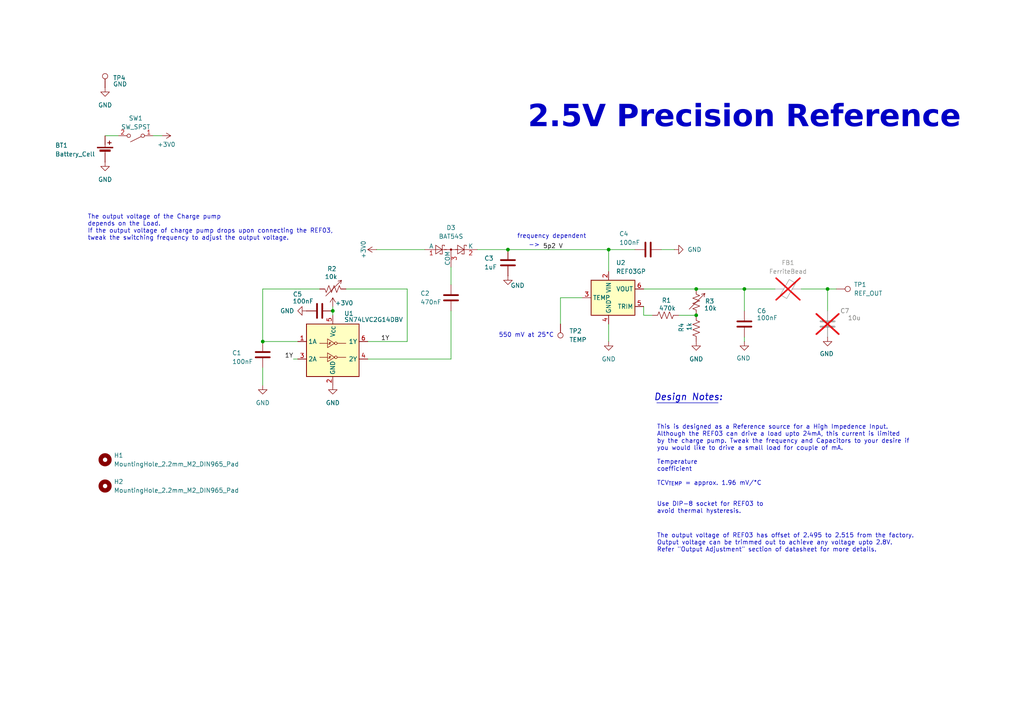
<source format=kicad_sch>
(kicad_sch (version 20250114) (generator "eeschema") (generator_version "9.0")
  (paper "A4")
  (title_block (title "REF03 Precision Reference") (date "2025-06-30") (rev "0.1") (comment 1 "Designed By: Nandish K K"))
  (lib_symbols
    (symbol "74xGxx:SN74LVC2G14DBV"
      (property "Reference" "U" (at 2.54 12.7 0))
      (property "Value" "SN74LVC2G14DBV" (at 2.54 10.16 0))
      (symbol "SN74LVC2G14DBV_1_1"
        (rectangle (start -7.62 7.62) (end 7.62 -7.62) (stroke (width 0.254)) (fill (type background)))
        (polyline (pts (xy -1.524 3.302) (xy 0.508 2.032) (xy -1.524 0.762) (xy -1.524 3.302)))
        (polyline (pts (xy -1.524 2.032) (xy -3.81 2.032)))
        (polyline (pts (xy -1.524 -0.762) (xy 0.508 -2.032) (xy -1.524 -3.302) (xy -1.524 -0.762)))
        (polyline (pts (xy -1.524 -2.032) (xy -3.81 -2.032)))
        (polyline (pts (xy -1.016 1.778) (xy -1.016 2.286) (xy -0.762 2.286) (xy -0.762 1.778) (xy -1.27 1.778)))
        (polyline (pts (xy -1.016 -2.286) (xy -1.016 -1.778) (xy -0.762 -1.778) (xy -0.762 -2.286) (xy -1.27 -2.286)))
        (polyline (pts (xy -0.762 2.286) (xy -0.508 2.286)))
        (polyline (pts (xy -0.762 -1.778) (xy -0.508 -1.778)))
        (circle (center 0.889 2.032) (radius 0.381))
        (circle (center 0.889 -2.032) (radius 0.381))
        (polyline (pts (xy 1.27 2.032) (xy 3.81 2.032)))
        (polyline (pts (xy 1.27 -2.032) (xy 3.81 -2.032)))
        (pin input line (at -10.16 2.54 0) (length 2.54) (name "1A") (number "1"))
        (pin input line (at -10.16 -2.54 0) (length 2.54) (name "2A") (number "3"))
        (pin power_in line (at 0 10.16 270) (length 2.54) (name "V_{CC}") (number "5"))
        (pin power_in line (at 0 -10.16 90) (length 2.54) (name "GND") (number "2"))
        (pin output line (at 10.16 2.54 180) (length 2.54) (name "1Y") (number "6"))
        (pin output line (at 10.16 -2.54 180) (length 2.54) (name "2Y") (number "4"))
      )
    )
    (symbol "Connector:TestPoint" (pin_numbers (hide yes)) (pin_names (offset 0.762) (hide yes))
      (property "Reference" "TP" (at 0 6.858 0))
      (property "Value" "TestPoint" (at 0 5.08 0))
      (symbol "TestPoint_0_1"
        (circle (center 0 3.302) (radius 0.762))
      )
      (symbol "TestPoint_1_1"
        (pin passive line (at 0 0 90) (length 2.54) (name "1") (number "1"))
      )
    )
    (symbol "Device:Battery_Cell" (pin_numbers (hide yes)) (pin_names (offset 0) (hide yes))
      (property "Reference" "BT" (at 2.54 2.54 0))
      (property "Value" "Battery_Cell" (at 2.54 0 0))
      (symbol "Battery_Cell_0_1"
        (rectangle (start -2.286 1.778) (end 2.286 1.524) (fill (type outline)))
        (rectangle (start -1.524 1.016) (end 1.524 0.508) (fill (type outline)))
        (polyline (pts (xy 0 1.778) (xy 0 2.54)))
        (polyline (pts (xy 0 0.762) (xy 0 0)))
        (polyline (pts (xy 0.762 3.048) (xy 1.778 3.048)) (stroke (width 0.254)))
        (polyline (pts (xy 1.27 3.556) (xy 1.27 2.54)) (stroke (width 0.254)))
      )
      (symbol "Battery_Cell_1_1"
        (pin passive line (at 0 5.08 270) (length 2.54) (name "+") (number "1"))
        (pin passive line (at 0 -2.54 90) (length 2.54) (name "-") (number "2"))
      )
    )
    (symbol "Device:C" (pin_numbers (hide yes)) (pin_names (offset 0.254))
      (property "Reference" "C" (at 0.635 2.54 0))
      (property "Value" "C" (at 0.635 -2.54 0))
      (symbol "C_0_1"
        (polyline (pts (xy -2.032 0.762) (xy 2.032 0.762)) (stroke (width 0.508)))
        (polyline (pts (xy -2.032 -0.762) (xy 2.032 -0.762)) (stroke (width 0.508)))
      )
      (symbol "C_1_1"
        (pin passive line (at 0 3.81 270) (length 2.794) (name "~") (number "1"))
        (pin passive line (at 0 -3.81 90) (length 2.794) (name "~") (number "2"))
      )
    )
    (symbol "Device:FerriteBead" (pin_numbers (hide yes)) (pin_names (offset 0))
      (property "Reference" "FB" (at -3.81 0.635 90))
      (property "Value" "FerriteBead" (at 3.81 0 90))
      (symbol "FerriteBead_0_1"
        (polyline (pts (xy -2.7686 0.4064) (xy -1.7018 2.2606) (xy 2.7686 -0.3048) (xy 1.6764 -2.159) (xy -2.7686 0.4064)))
        (polyline (pts (xy 0 1.27) (xy 0 1.2954)))
        (polyline (pts (xy 0 -1.27) (xy 0 -1.2192)))
      )
      (symbol "FerriteBead_1_1"
        (pin passive line (at 0 3.81 270) (length 2.54) (name "~") (number "1"))
        (pin passive line (at 0 -3.81 90) (length 2.54) (name "~") (number "2"))
      )
    )
    (symbol "Device:R_US" (pin_numbers (hide yes)) (pin_names (offset 0))
      (property "Reference" "R" (at 2.54 0 90))
      (property "Value" "R_US" (at -2.54 0 90))
      (symbol "R_US_0_1"
        (polyline (pts (xy 0 2.286) (xy 0 2.54)))
        (polyline (pts (xy 0 2.286) (xy 1.016 1.905) (xy 0 1.524) (xy -1.016 1.143) (xy 0 0.762)))
        (polyline (pts (xy 0 0.762) (xy 1.016 0.381) (xy 0 0) (xy -1.016 -0.381) (xy 0 -0.762)))
        (polyline (pts (xy 0 -0.762) (xy 1.016 -1.143) (xy 0 -1.524) (xy -1.016 -1.905) (xy 0 -2.286)))
        (polyline (pts (xy 0 -2.286) (xy 0 -2.54)))
      )
      (symbol "R_US_1_1"
        (pin passive line (at 0 3.81 270) (length 1.27) (name "~") (number "1"))
        (pin passive line (at 0 -3.81 90) (length 1.27) (name "~") (number "2"))
      )
    )
    (symbol "Device:R_Variable_US" (pin_numbers (hide yes)) (pin_names (offset 0))
      (property "Reference" "R" (at 2.54 -2.54 90))
      (property "Value" "R_Variable_US" (at -2.54 -1.27 90))
      (symbol "R_Variable_US_0_1"
        (polyline (pts (xy 0 2.286) (xy 0 2.54)))
        (polyline (pts (xy 0 2.286) (xy 1.016 1.905) (xy 0 1.524) (xy -1.016 1.143) (xy 0 0.762)) (stroke (width 0.1524)))
        (polyline (pts (xy 0 0.762) (xy 1.016 0.381) (xy 0 0) (xy -1.016 -0.381) (xy 0 -0.762)))
        (polyline (pts (xy 0 -0.762) (xy 1.016 -1.143) (xy 0 -1.524) (xy -1.016 -1.905) (xy 0 -2.286)))
        (polyline (pts (xy 0 -2.286) (xy 0 -2.54)))
        (polyline (pts (xy 2.286 1.524) (xy 2.54 2.54) (xy 1.524 2.286) (xy 2.54 2.54) (xy -2.032 -2.032)) (stroke (width 0.1524)))
      )
      (symbol "R_Variable_US_1_1"
        (pin passive line (at 0 3.81 270) (length 1.27) (name "~") (number "1"))
        (pin passive line (at 0 -3.81 90) (length 1.27) (name "~") (number "2"))
      )
    )
    (symbol "Diode:BAT54S" (pin_names (offset 0))
      (property "Reference" "D" (at 2.54 -5.08 0))
      (property "Value" "BAT54S" (at -6.35 3.175 0))
      (symbol "BAT54S_0_1"
        (polyline (pts (xy -4.445 1.27) (xy -4.445 -1.27) (xy -2.54 0) (xy -4.445 1.27)))
        (polyline (pts (xy -3.81 0) (xy -1.27 0)))
        (polyline (pts (xy -3.175 -1.27) (xy -3.175 -1.016)))
        (polyline (pts (xy -2.54 1.27) (xy -1.905 1.27)))
        (polyline (pts (xy -2.54 -1.27) (xy -3.175 -1.27)))
        (polyline (pts (xy -2.54 -1.27) (xy -2.54 1.27)))
        (polyline (pts (xy -1.905 1.27) (xy -1.905 1.016)))
        (polyline (pts (xy -1.905 0) (xy 1.905 0)))
        (circle (center 0 0) (radius 0.254) (fill (type outline)))
        (polyline (pts (xy 1.27 0) (xy 3.81 0)))
        (polyline (pts (xy 1.905 1.27) (xy 1.905 -1.27) (xy 3.81 0) (xy 1.905 1.27)))
        (polyline (pts (xy 3.175 -1.27) (xy 3.175 -1.016)))
        (polyline (pts (xy 3.81 1.27) (xy 4.445 1.27)))
        (polyline (pts (xy 3.81 -1.27) (xy 3.175 -1.27)))
        (polyline (pts (xy 3.81 -1.27) (xy 3.81 1.27)))
        (polyline (pts (xy 4.445 1.27) (xy 4.445 1.016)))
      )
      (symbol "BAT54S_1_1"
        (pin passive line (at -7.62 0 0) (length 3.81) (name "A") (number "1"))
        (pin passive line (at 0 -5.08 90) (length 5.08) (name "COM") (number "3"))
        (pin passive line (at 7.62 0 180) (length 3.81) (name "K") (number "2"))
      )
    )
    (symbol "Mechanical:MountingHole" (pin_names (offset 1.016)) (exclude_from_sim yes) (in_bom no)
      (property "Reference" "H" (at 0 5.08 0))
      (property "Value" "MountingHole" (at 0 3.175 0))
      (symbol "MountingHole_0_1"
        (circle (center 0 0) (radius 1.27) (stroke (width 1.27)))
      )
    )
    (symbol "Reference_Voltage:REF03GP"
      (property "Reference" "U" (at 0.635 8.255 0))
      (property "Value" "REF03GP" (at 0.635 6.35 0))
      (symbol "REF03GP_0_1"
        (rectangle (start -5.08 5.08) (end 7.62 -5.08) (stroke (width 0.254)) (fill (type background)))
      )
      (symbol "REF03GP_1_1"
        (pin passive line (at -7.62 0 0) (length 2.54) (name "TEMP") (number "3"))
        (pin no_connect line (at -2.54 -5.08 90) (length 2.54) (hide yes) (name "NC") (number "7"))
        (pin power_in line (at 0 7.62 270) (length 2.54) (name "VIN") (number "2"))
        (pin power_in line (at 0 -7.62 90) (length 2.54) (name "GND") (number "4"))
        (pin no_connect line (at 2.54 -5.08 90) (length 2.54) (hide yes) (name "NC") (number "1"))
        (pin no_connect line (at 7.62 0 180) (length 2.54) (hide yes) (name "NC") (number "8"))
        (pin power_out line (at 10.16 2.54 180) (length 2.54) (name "VOUT") (number "6"))
        (pin passive line (at 10.16 -2.54 180) (length 2.54) (name "TRIM") (number "5"))
      )
    )
    (symbol "Switch:SW_SPST" (pin_names (offset 0) (hide yes))
      (property "Reference" "SW" (at 0 3.175 0))
      (property "Value" "SW_SPST" (at 0 -2.54 0))
      (symbol "SW_SPST_0_0"
        (circle (center -2.032 0) (radius 0.508))
        (polyline (pts (xy -1.524 0.254) (xy 1.524 1.778)))
        (circle (center 2.032 0) (radius 0.508))
      )
      (symbol "SW_SPST_1_1"
        (pin passive line (at -5.08 0 0) (length 2.54) (name "A") (number "1"))
        (pin passive line (at 5.08 0 180) (length 2.54) (name "B") (number "2"))
      )
    )
    (symbol "power:+3V0" (power) (pin_numbers (hide yes)) (pin_names (offset 0) (hide yes))
      (property "Value" "+3V0" (at 0 3.556 0))
      (symbol "+3V0_0_1"
        (polyline (pts (xy -0.762 1.27) (xy 0 2.54)))
        (polyline (pts (xy 0 2.54) (xy 0.762 1.27)))
        (polyline (pts (xy 0 0) (xy 0 2.54)))
      )
      (symbol "+3V0_1_1"
        (pin power_in line (at 0 0 90) (length 0) (name "~") (number "1"))
      )
    )
    (symbol "power:GND" (power) (pin_numbers (hide yes)) (pin_names (offset 0) (hide yes))
      (property "Value" "GND" (at 0 -3.81 0))
      (symbol "GND_0_1"
        (polyline (pts (xy 0 0) (xy 0 -1.27) (xy 1.27 -1.27) (xy 0 -2.54) (xy -1.27 -1.27) (xy 0 -1.27)))
      )
      (symbol "GND_1_1"
        (pin power_in line (at 0 0 270) (length 0) (name "~") (number "1"))
      )
    )
  )
  (text "550 mV at 25°C" (at 152.654 97.282 0) (effects (font (size 1.27 1.27))))
  (text "The output voltage of the Charge pump \ndepends on the Load.\nIf the output voltage of charge pump drops upon connecting the REF03,\ntweak the switching frequency to adjust the output voltage.\n" (at 25.4 66.04 0) (effects (font (size 1.27 1.27)) (justify left)))
  (text "Design Notes:" (at 199.644 115.316 0) (effects (font (size 1.905 1.905) (thickness 0.254) (bold yes) (italic yes))))
  (text "2.5V Precision Reference" (at 215.9 35.814 0) (effects (font (size 6.35 6.35) (thickness 1.27) (bold yes) (italic yes))))
  (text "Use DIP-8 socket for REF03 to\navoid thermal hysteresis." (at 190.5 147.32 0) (effects (font (size 1.27 1.27)) (justify left)))
  (text "Temperature\ncoefficient\n\nTCV_{TEMP} = approx. 1.96 mV/°C" (at 190.5 137.16 0) (effects (font (size 1.27 1.27)) (justify left)))
  (text "The output voltage of REF03 has offset of 2.495 to 2.515 from the factory.\nOutput voltage can be trimmed out to achieve any voltage upto 2.8V.\nRefer \"Output Adjustment\" section of datasheet for more details.\n" (at 190.5 157.48 0) (effects (font (size 1.27 1.27)) (justify left)))
  (text "This is designed as a Reference source for a High Impedence Input.\nAlthough the REF03 can drive a load upto 24mA, this current is limited\nby the charge pump. Tweak the frequency and Capacitors to your desire if \nyou would like to drive a small load for couple of mA." (at 190.5 127 0) (effects (font (size 1.27 1.27)) (justify left)))
  (text "frequency dependent\n" (at 160.02 68.58 0) (effects (font (size 1.27 1.27))))
  (text "->\n" (at 154.94 71.12 0) (effects (font (size 1.27 1.27))))
  (junction (at 201.93 83.82))
  (junction (at 76.2 99.06))
  (junction (at 215.9 83.82))
  (junction (at 96.52 90.17))
  (junction (at 176.53 72.39))
  (junction (at 240.03 83.82))
  (junction (at 147.32 72.39))
  (junction (at 201.93 91.44))
  (wire (pts (xy 201.93 83.82) (xy 215.9 83.82)))
  (polyline (pts (xy 190.5 116.84) (xy 208.28 116.84)))
  (wire (pts (xy 186.69 91.44) (xy 186.69 88.9)))
  (wire (pts (xy 96.52 90.17) (xy 96.52 91.44)))
  (wire (pts (xy 176.53 78.74) (xy 176.53 72.39)))
  (wire (pts (xy 76.2 83.82) (xy 76.2 99.06)))
  (wire (pts (xy 162.56 93.98) (xy 162.56 86.36)))
  (wire (pts (xy 118.11 83.82) (xy 100.33 83.82)))
  (wire (pts (xy 109.22 72.39) (xy 123.19 72.39)))
  (wire (pts (xy 106.68 104.14) (xy 130.81 104.14)))
  (wire (pts (xy 176.53 99.06) (xy 176.53 93.98)))
  (wire (pts (xy 130.81 90.17) (xy 130.81 104.14)))
  (wire (pts (xy 76.2 99.06) (xy 86.36 99.06)))
  (wire (pts (xy 92.71 83.82) (xy 76.2 83.82)))
  (wire (pts (xy 215.9 97.79) (xy 215.9 99.06)))
  (wire (pts (xy 240.03 83.82) (xy 232.41 83.82)))
  (wire (pts (xy 196.85 91.44) (xy 201.93 91.44)))
  (wire (pts (xy 147.32 72.39) (xy 176.53 72.39)))
  (wire (pts (xy 106.68 99.06) (xy 118.11 99.06)))
  (wire (pts (xy 130.81 77.47) (xy 130.81 82.55)))
  (wire (pts (xy 195.58 72.39) (xy 191.77 72.39)))
  (wire (pts (xy 44.45 39.37) (xy 46.99 39.37)))
  (wire (pts (xy 30.48 39.37) (xy 34.29 39.37)))
  (wire (pts (xy 242.57 83.82) (xy 240.03 83.82)))
  (wire (pts (xy 186.69 83.82) (xy 201.93 83.82)))
  (wire (pts (xy 240.03 90.17) (xy 240.03 83.82)))
  (wire (pts (xy 176.53 72.39) (xy 184.15 72.39)))
  (wire (pts (xy 215.9 90.17) (xy 215.9 83.82)))
  (wire (pts (xy 224.79 83.82) (xy 215.9 83.82)))
  (wire (pts (xy 162.56 86.36) (xy 168.91 86.36)))
  (wire (pts (xy 138.43 72.39) (xy 147.32 72.39)))
  (wire (pts (xy 189.23 91.44) (xy 186.69 91.44)))
  (wire (pts (xy 76.2 106.68) (xy 76.2 111.76)))
  (wire (pts (xy 118.11 99.06) (xy 118.11 83.82)))
  (wire (pts (xy 85.09 104.14) (xy 86.36 104.14)))
  (wire (pts (xy 96.52 88.9) (xy 96.52 90.17)))
  (label "1Y" (at 85.09 104.14 180))
  (label "5p2 V" (at 157.48 72.39 0))
  (label "1Y" (at 110.49 99.06 0))
  (symbol (lib_id "power:GND") (at 147.32 80.01 0) (unit 1)
    (property "Reference" "#PWR05" (effects (hide yes)))
    (property "Value" "GND" (at 150.114 82.804 0))
    (property "Description" "Power symbol creates a global label with name \"GND\" , ground" (effects (hide yes)))
  )
  (symbol (lib_id "Device:C") (at 130.81 86.36 0) (unit 1)
    (property "Reference" "C2" (at 121.92 85.09 0) (effects (justify left)))
    (property "Value" "470nF" (at 121.92 87.63 0) (effects (justify left)))
    (property "Footprint" "Capacitor_SMD:C_0805_2012Metric" (effects (hide yes)))
    (property "Description" "Unpolarized capacitor" (effects (hide yes)))
  )
  (symbol (lib_id "power:GND") (at 88.9 90.17 270) (unit 1)
    (property "Reference" "#PWR08" (effects (hide yes)))
    (property "Value" "GND" (at 85.344 90.17 90) (effects (justify right)))
    (property "Description" "Power symbol creates a global label with name \"GND\" , ground" (effects (hide yes)))
  )
  (symbol (lib_id "power:GND") (at 215.9 99.06 0) (unit 1)
    (property "Reference" "#PWR09" (effects (hide yes)))
    (property "Value" "GND" (at 217.678 103.886 0) (effects (justify right)))
    (property "Description" "Power symbol creates a global label with name \"GND\" , ground" (effects (hide yes)))
  )
  (symbol (lib_id "Device:R_Variable_US") (at 96.52 83.82 270) (mirror x) (unit 1)
    (property "Reference" "R2" (at 96.266 77.978 90))
    (property "Value" "10k" (at 96.012 80.264 90))
    (property "Footprint" "Potentiometer_SMD:Potentiometer_Bourns_3214G_Horizontal" (effects (hide yes)))
    (property "Description" "Variable resistor, US symbol" (effects (hide yes)))
  )
  (symbol (lib_id "power:GND") (at 176.53 99.06 0) (unit 1)
    (property "Reference" "#PWR06" (effects (hide yes)))
    (property "Value" "GND" (at 176.53 104.14 0))
    (property "Description" "Power symbol creates a global label with name \"GND\" , ground" (effects (hide yes)))
  )
  (symbol (lib_id "Device:Battery_Cell") (at 30.48 44.45 0) (unit 1)
    (property "Reference" "BT1" (at 16.002 42.164 0) (effects (justify left)))
    (property "Value" "Battery_Cell" (at 16.002 44.704 0) (effects (justify left)))
    (property "Footprint" "Battery:BatteryHolder_Multicomp_BC-2001_1x2032" (effects (hide yes)))
    (property "Description" "Single-cell battery" (effects (hide yes)))
  )
  (symbol (lib_id "power:GND") (at 240.03 97.79 0) (unit 1)
    (property "Reference" "#PWR014" (effects (hide yes)))
    (property "Value" "GND" (at 241.808 102.616 0) (effects (justify right)))
    (property "Description" "Power symbol creates a global label with name \"GND\" , ground" (effects (hide yes)))
  )
  (symbol (lib_id "Device:C") (at 92.71 90.17 90) (unit 1)
    (property "Reference" "C5" (at 87.63 85.344 90) (effects (justify left)))
    (property "Value" "100nF" (at 90.932 87.376 90) (effects (justify left)))
    (property "Footprint" "Capacitor_SMD:C_0805_2012Metric" (effects (hide yes)))
    (property "Description" "Unpolarized capacitor" (effects (hide yes)))
  )
  (symbol (lib_id "Device:C") (at 76.2 102.87 0) (unit 1)
    (property "Reference" "C1" (at 67.31 102.362 0) (effects (justify left)))
    (property "Value" "100nF" (at 67.31 104.902 0) (effects (justify left)))
    (property "Footprint" "Capacitor_SMD:C_0805_2012Metric" (effects (hide yes)))
    (property "Description" "Unpolarized capacitor" (effects (hide yes)))
  )
  (symbol (lib_id "Device:C") (at 215.9 93.98 180) (unit 1)
    (property "Reference" "C6" (at 222.25 90.17 0) (effects (justify left)))
    (property "Value" "100nF" (at 225.552 92.202 0) (effects (justify left)))
    (property "Footprint" "Capacitor_SMD:C_0805_2012Metric" (effects (hide yes)))
    (property "Description" "Unpolarized capacitor" (effects (hide yes)))
  )
  (symbol (lib_id "Mechanical:MountingHole") (at 30.48 133.35 0) (unit 1) (exclude_from_sim yes) (in_bom no)
    (property "Reference" "H1" (at 33.02 132.0799 0) (effects (justify left)))
    (property "Value" "MountingHole_2.2mm_M2_DIN965_Pad" (at 33.02 134.6199 0) (effects (justify left)))
    (property "Footprint" "MountingHole:MountingHole_2.2mm_M2_DIN965_Pad" (effects (hide yes)))
  )
  (symbol (lib_id "Diode:BAT54S") (at 130.81 72.39 0) (unit 1)
    (property "Reference" "D3" (at 130.81 66.04 0))
    (property "Value" "BAT54S" (at 130.81 68.58 0))
    (property "Footprint" "Package_TO_SOT_SMD:SOT-23" (effects (hide yes)))
    (property "Datasheet" "https://www.diodes.com/assets/Datasheets/ds11005.pdf" (effects (hide yes)))
    (property "Description" "Vr 30V, If 200mA, Dual schottky barrier diode, in series, SOT-323" (effects (hide yes)))
  )
  (symbol (lib_id "power:GND") (at 76.2 111.76 0) (unit 1)
    (property "Reference" "#PWR02" (effects (hide yes)))
    (property "Value" "GND" (at 76.2 116.84 0))
    (property "Description" "Power symbol creates a global label with name \"GND\" , ground" (effects (hide yes)))
  )
  (symbol (lib_id "Connector:TestPoint") (at 162.56 93.98 180) (unit 1)
    (property "Reference" "TP2" (at 165.1 96.0119 0) (effects (justify right)))
    (property "Value" "TEMP" (at 165.1 98.5519 0) (effects (justify right)))
    (property "Footprint" "TestPoint:TestPoint_Pad_2.5x2.5mm" (effects (hide yes)))
    (property "Description" "test point" (effects (hide yes)))
  )
  (symbol (lib_id "Device:C") (at 147.32 76.2 0) (unit 1)
    (property "Reference" "C3" (at 140.462 74.93 0) (effects (justify left)))
    (property "Value" "1uF" (at 140.462 77.47 0) (effects (justify left)))
    (property "Footprint" "Capacitor_SMD:C_1206_3216Metric" (effects (hide yes)))
    (property "Description" "Unpolarized capacitor" (effects (hide yes)))
  )
  (symbol (lib_id "power:GND") (at 201.93 99.06 0) (unit 1)
    (property "Reference" "#PWR012" (effects (hide yes)))
    (property "Value" "GND" (at 201.93 104.14 0))
    (property "Description" "Power symbol creates a global label with name \"GND\" , ground" (effects (hide yes)))
  )
  (symbol (lib_id "power:+3V0") (at 46.99 39.37 270) (unit 1)
    (property "Reference" "#PWR011" (effects (hide yes)))
    (property "Value" "+3V0" (at 48.26 41.91 90))
    (property "Description" "Power symbol creates a global label with name \"+3V0\"" (effects (hide yes)))
  )
  (symbol (lib_id "Device:R_US") (at 201.93 95.25 180) (unit 1)
    (property "Reference" "R4" (at 197.612 94.996 90))
    (property "Value" "1k" (at 199.898 94.742 90))
    (property "Footprint" "Resistor_SMD:R_1206_3216Metric" (effects (hide yes)))
    (property "Description" "Resistor, US symbol" (effects (hide yes)))
  )
  (symbol (lib_id "Device:C") (at 240.03 93.98 180) (unit 1) (dnp yes)
    (property "Reference" "C7" (at 246.38 90.17 0) (effects (justify left)))
    (property "Value" "10u" (at 249.682 92.202 0) (effects (justify left)))
    (property "Footprint" "Capacitor_SMD:C_0805_2012Metric" (effects (hide yes)))
    (property "Description" "Unpolarized capacitor" (effects (hide yes)))
  )
  (symbol (lib_id "power:GND") (at 30.48 46.99 0) (unit 1)
    (property "Reference" "#PWR013" (effects (hide yes)))
    (property "Value" "GND" (at 30.48 52.07 0))
    (property "Description" "Power symbol creates a global label with name \"GND\" , ground" (effects (hide yes)))
  )
  (symbol (lib_id "Switch:SW_SPST") (at 39.37 39.37 180) (unit 1)
    (property "Reference" "SW1" (at 39.37 34.29 0))
    (property "Value" "SW_SPST" (at 39.37 36.83 0))
    (property "Footprint" "Button_Switch_THT:SW_Slide-03_Wuerth-WS-SLTV_10x2.5x6.4_P2.54mm" (effects (hide yes)))
    (property "Description" "Single Pole Single Throw (SPST) switch" (effects (hide yes)))
  )
  (symbol (lib_id "Mechanical:MountingHole") (at 30.48 140.97 0) (unit 1) (exclude_from_sim yes) (in_bom no)
    (property "Reference" "H2" (at 33.02 139.6999 0) (effects (justify left)))
    (property "Value" "MountingHole_2.2mm_M2_DIN965_Pad" (at 33.02 142.2399 0) (effects (justify left)))
    (property "Footprint" "MountingHole:MountingHole_2.2mm_M2_DIN965_Pad" (effects (hide yes)))
  )
  (symbol (lib_id "Device:R_US") (at 193.04 91.44 90) (unit 1)
    (property "Reference" "R1" (at 193.294 87.122 90))
    (property "Value" "470k" (at 193.548 89.408 90))
    (property "Footprint" "Resistor_SMD:R_1206_3216Metric" (effects (hide yes)))
    (property "Description" "Resistor, US symbol" (effects (hide yes)))
  )
  (symbol (lib_id "power:GND") (at 96.52 111.76 0) (unit 1)
    (property "Reference" "#PWR01" (effects (hide yes)))
    (property "Value" "GND" (at 96.52 116.84 0))
    (property "Description" "Power symbol creates a global label with name \"GND\" , ground" (effects (hide yes)))
  )
  (symbol (lib_id "Device:R_Variable_US") (at 201.93 87.63 0) (unit 1)
    (property "Reference" "R3" (at 204.47 87.376 0) (effects (justify left)))
    (property "Value" "10k" (at 204.216 89.408 0) (effects (justify left)))
    (property "Footprint" "Potentiometer_SMD:Potentiometer_Bourns_3214G_Horizontal" (effects (hide yes)))
    (property "Description" "Variable resistor, US symbol" (effects (hide yes)))
  )
  (symbol (lib_id "Reference_Voltage:REF03GP") (at 176.53 86.36 0) (unit 1)
    (property "Reference" "U2" (at 178.6733 76.2 0) (effects (justify left)))
    (property "Value" "REF03GP" (at 178.6733 78.74 0) (effects (justify left)))
    (property "Footprint" "Package_DIP:PowerIntegrations_SMD-8" (effects (hide yes)))
    (property "Datasheet" "https://www.analog.com/media/en/technical-documentation/data-sheets/REF01_02_03.pdf" (effects (hide yes)))
    (property "Description" "2.5V ±15mV Precision Voltage Reference, PDIP-8" (effects (hide yes)))
  )
  (symbol (lib_id "Connector:TestPoint") (at 30.48 25.4 0) (unit 1)
    (property "Reference" "TP4" (at 32.766 22.606 0) (effects (justify left)))
    (property "Value" "GND" (at 32.766 24.384 0) (effects (justify left)))
    (property "Footprint" "TestPoint:TestPoint_Loop_D2.50mm_Drill1.0mm" (effects (hide yes)))
    (property "Description" "test point" (effects (hide yes)))
  )
  (symbol (lib_id "power:GND") (at 195.58 72.39 90) (unit 1)
    (property "Reference" "#PWR07" (effects (hide yes)))
    (property "Value" "GND" (at 199.39 72.3899 90) (effects (justify right)))
    (property "Description" "Power symbol creates a global label with name \"GND\" , ground" (effects (hide yes)))
  )
  (symbol (lib_id "74xGxx:SN74LVC2G14DBV") (at 96.52 101.6 0) (unit 1)
    (property "Reference" "U1" (at 99.822 90.932 0) (effects (justify left)))
    (property "Value" "SN74LVC2G14DBV" (at 99.822 92.71 0) (effects (justify left)))
    (property "Footprint" "Package_TO_SOT_SMD:SOT-23-6" (effects (hide yes)))
    (property "Datasheet" "https://www.ti.com/lit/ds/symlink/sn74lvc2g14.pdf" (effects (hide yes)))
    (property "Description" "Dual schmitt inverter, VCC from 1.65 to 5.5 V, SOT-23" (effects (hide yes)))
  )
  (symbol (lib_id "power:+3V0") (at 109.22 72.39 90) (unit 1)
    (property "Reference" "#PWR04" (effects (hide yes)))
    (property "Value" "+3V0" (at 105.41 72.39 0))
    (property "Description" "Power symbol creates a global label with name \"+3V0\"" (effects (hide yes)))
  )
  (symbol (lib_id "power:GND") (at 30.48 25.4 0) (unit 1)
    (property "Reference" "#PWR010" (effects (hide yes)))
    (property "Value" "GND" (at 30.48 30.48 0))
    (property "Description" "Power symbol creates a global label with name \"GND\" , ground" (effects (hide yes)))
  )
  (symbol (lib_id "Device:C") (at 187.96 72.39 270) (unit 1)
    (property "Reference" "C4" (at 179.578 67.818 90) (effects (justify left)))
    (property "Value" "100nF" (at 179.578 70.358 90) (effects (justify left)))
    (property "Footprint" "Capacitor_SMD:C_0805_2012Metric" (effects (hide yes)))
    (property "Description" "Unpolarized capacitor" (effects (hide yes)))
  )
  (symbol (lib_id "Device:FerriteBead") (at 228.6 83.82 90) (unit 1) (dnp yes)
    (property "Reference" "FB1" (at 228.5492 76.2 90))
    (property "Value" "FerriteBead" (at 228.5492 78.74 90))
    (property "Footprint" "Inductor_SMD:L_0805_2012Metric" (effects (hide yes)))
    (property "Description" "Ferrite bead" (effects (hide yes)))
  )
  (symbol (lib_id "Connector:TestPoint") (at 242.57 83.82 270) (unit 1)
    (property "Reference" "TP1" (at 247.65 82.5499 90) (effects (justify left)))
    (property "Value" "REF_OUT" (at 247.65 85.0899 90) (effects (justify left)))
    (property "Footprint" "TestPoint:TestPoint_Loop_D2.50mm_Drill1.0mm" (effects (hide yes)))
    (property "Description" "test point" (effects (hide yes)))
  )
  (symbol (lib_id "power:+3V0") (at 96.52 88.9 0) (unit 1)
    (property "Reference" "#PWR03" (effects (hide yes)))
    (property "Value" "+3V0" (at 99.822 87.884 0))
    (property "Description" "Power symbol creates a global label with name \"+3V0\"" (effects (hide yes)))
  )
)
</source>
